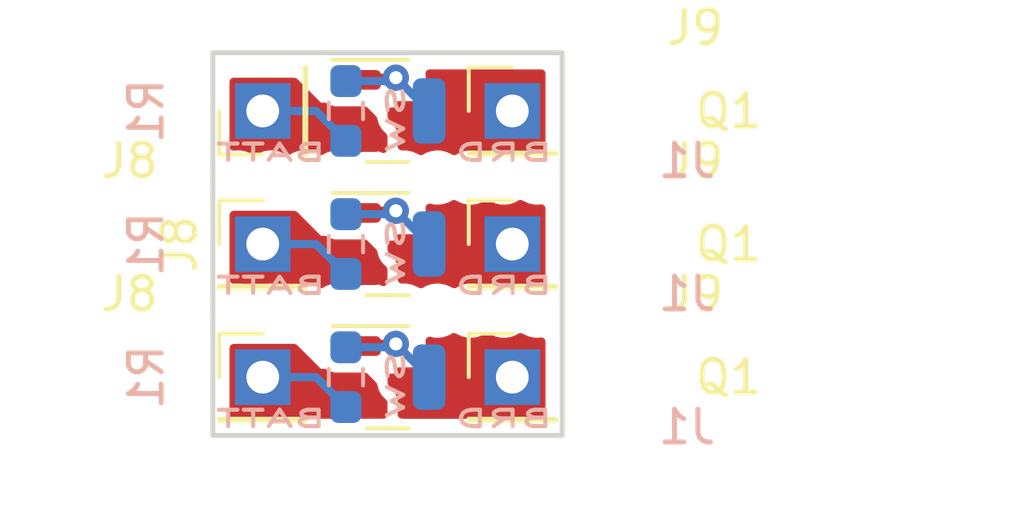
<source format=kicad_pcb>
(kicad_pcb (version 20211014) (generator pcbnew)
  (layers (0 "F.Cu" signal) (31 "B.Cu" signal) (35 "F.Paste" user) (36 "B.SilkS" user "B.Silkscreen") (37 "F.SilkS" user "F.Silkscreen") (38 "B.Mask" user) (39 "F.Mask" user) (44 "Edge.Cuts" user))
  (net 0 "")
  (net 1 "Net-(J8-Pad1)")
  (net 2 "Net-(J9-Pad1)")
  (net 3 "Net-(J1-Pad1)")
  (footprint "drill:drill" (layer "F.Cu") (at 83.566 35.56)
    (fp_text reference "REF**" hide)
    (fp_text value "drill" hide)
    (pad "" np_thru_hole circle (at 0 0 90) (size 0.01 0.01) (drill 0.635) (layers "F.Cu"))
  )
  (footprint "drill:drill" (layer "F.Cu") (at 81.534 35.56)
    (fp_text reference "REF**" hide)
    (fp_text value "drill" hide)
    (pad "" np_thru_hole circle (at 0 0 90) (size 0.01 0.01) (drill 0.635) (layers "F.Cu"))
  )
  (footprint "drill:drill" (layer "F.Cu") (at 88.646 39.624)
    (fp_text reference "REF**" hide)
    (fp_text value "drill" hide)
    (pad "" np_thru_hole circle (at 0 0 90) (size 0.01 0.01) (drill 0.635) (layers "F.Cu"))
  )
  (footprint "drill:drill" (layer "F.Cu") (at 90.678 39.624)
    (fp_text reference "REF**" hide)
    (fp_text value "drill" hide)
    (pad "" np_thru_hole circle (at 0 0 90) (size 0.01 0.01) (drill 0.635) (layers "F.Cu"))
  )
  (footprint "drill:drill" (layer "F.Cu") (at 91.694 39.624)
    (fp_text reference "REF**" hide)
    (fp_text value "drill" hide)
    (pad "" np_thru_hole circle (at 0 0 90) (size 0.01 0.01) (drill 0.635) (layers "F.Cu"))
  )
  (footprint "Package_TO_SOT_SMD:SOT-23" (layer "F.Cu") (at 87.122 37.592)
    (fp_text reference "Q1" (at 10.414 0) (layer "F.SilkS"))
    (fp_text value "Q_PMOS_GDS")
    (fp_line (start 0 -1.56) (end 0.65 -1.56) (layer "F.SilkS") (width 0.12))
    (fp_line (start 0 1.56) (end -0.65 1.56) (layer "F.SilkS") (width 0.12))
    (fp_line (start 0 -1.56) (end -1.675 -1.56) (layer "F.SilkS") (width 0.12))
    (fp_line (start 0 1.56) (end 0.65 1.56) (layer "F.SilkS") (width 0.12))
    (pad "1" smd roundrect (at -0.9375 -0.95) (size 1.475 0.6) (layers "F.Cu" "F.Paste" "F.Mask") (net 3 "Net-(J1-Pad1)"))
    (pad "2" smd roundrect (at -0.9375 0.95) (size 1.475 0.6) (layers "F.Cu" "F.Paste" "F.Mask") (net 1 "Net-(J8-Pad1)"))
    (pad "3" smd roundrect (at 0.9375 0) (size 1.475 0.6) (layers "F.Cu" "F.Paste" "F.Mask") (net 2 "Net-(J9-Pad1)"))
  )
  (footprint "drill:drill" (layer "F.Cu") (at 82.55 35.56)
    (fp_text reference "REF**" hide)
    (fp_text value "drill" hide)
    (pad "" np_thru_hole circle (at 0 0 90) (size 0.01 0.01) (drill 0.635) (layers "F.Cu"))
  )
  (footprint "drill:drill" (layer "F.Cu") (at 83.566 39.624)
    (fp_text reference "REF**" hide)
    (fp_text value "drill" hide)
    (pad "" np_thru_hole circle (at 0 0 90) (size 0.01 0.01) (drill 0.635) (layers "F.Cu"))
  )
  (footprint "drill:drill" (layer "F.Cu") (at 87.63 39.624)
    (fp_text reference "REF**" hide)
    (fp_text value "drill" hide)
    (pad "" np_thru_hole circle (at 0 0 90) (size 0.01 0.01) (drill 0.635) (layers "F.Cu"))
  )
  (footprint "drill:drill" (layer "F.Cu") (at 90.678 35.56)
    (fp_text reference "REF**" hide)
    (fp_text value "drill" hide)
    (pad "" np_thru_hole circle (at 0 0 90) (size 0.01 0.01) (drill 0.635) (layers "F.Cu"))
  )
  (footprint "drill:drill" (layer "F.Cu") (at 86.614 39.624)
    (fp_text reference "REF**" hide)
    (fp_text value "drill" hide)
    (pad "" np_thru_hole circle (at 0 0 90) (size 0.01 0.01) (drill 0.635) (layers "F.Cu"))
  )
  (footprint "drill:drill" (layer "F.Cu") (at 89.662 35.56)
    (fp_text reference "REF**" hide)
    (fp_text value "drill" hide)
    (pad "" np_thru_hole circle (at 0 0 90) (size 0.01 0.01) (drill 0.635) (layers "F.Cu"))
  )
  (footprint "drill:drill" (layer "F.Cu") (at 92.71 35.56)
    (fp_text reference "REF**" hide)
    (fp_text value "drill" hide)
    (pad "" np_thru_hole circle (at 0 0 90) (size 0.01 0.01) (drill 0.635) (layers "F.Cu"))
  )
  (footprint "drill:drill" (layer "F.Cu") (at 91.694 35.56)
    (fp_text reference "REF**" hide)
    (fp_text value "drill" hide)
    (pad "" np_thru_hole circle (at 0 0 90) (size 0.01 0.01) (drill 0.635) (layers "F.Cu"))
  )
  (footprint "Connector_PinHeader_2.54mm:PinHeader_1x01_P2.54mm_Vertical" (layer "F.Cu") (at 83.312 41.656)
    (fp_text reference "J8" (at -4.064 -2.54) (layer "F.SilkS"))
    (fp_text value "BATT+")
    (fp_line (start -1.33 1.33) (end 1.33 1.33) (layer "F.SilkS") (width 0.12))
    (fp_line (start -1.33 -1.33) (end 0 -1.33) (layer "F.SilkS") (width 0.12))
    (fp_line (start 1.33 1.27) (end 1.33 1.33) (layer "F.SilkS") (width 0.12))
    (fp_line (start -1.33 1.27) (end 1.33 1.27) (layer "F.SilkS") (width 0.12))
    (fp_line (start -1.33 1.27) (end -1.33 1.33) (layer "F.SilkS") (width 0.12))
    (fp_line (start -1.33 0) (end -1.33 -1.33) (layer "F.SilkS") (width 0.12))
    (pad "1" thru_hole rect (at 0 0) (size 1.7 1.7) (drill 1) (layers F&B.Cu *.Mask) (net 1 "Net-(J8-Pad1)"))
  )
  (footprint "Connector_PinHeader_2.54mm:PinHeader_1x01_P2.54mm_Vertical" (layer "F.Cu") (at 90.932 33.528)
    (fp_text reference "J9" (at 5.588 -2.54) (layer "F.SilkS"))
    (fp_text value "PB+")
    (fp_line (start -1.33 1.27) (end 1.33 1.27) (layer "F.SilkS") (width 0.12))
    (fp_line (start -1.33 -1.33) (end 0 -1.33) (layer "F.SilkS") (width 0.12))
    (fp_line (start 1.33 1.27) (end 1.33 1.33) (layer "F.SilkS") (width 0.12))
    (fp_line (start -1.33 0) (end -1.33 -1.33) (layer "F.SilkS") (width 0.12))
    (fp_line (start -1.33 1.33) (end 1.33 1.33) (layer "F.SilkS") (width 0.12))
    (fp_line (start -1.33 1.27) (end -1.33 1.33) (layer "F.SilkS") (width 0.12))
    (pad "1" thru_hole rect (at 0 0) (size 1.7 1.7) (drill 1) (layers *.Cu *.Mask) (net 2 "Net-(J9-Pad1)"))
  )
  (footprint "Connector_PinHeader_2.54mm:PinHeader_1x01_P2.54mm_Vertical" (layer "F.Cu") (at 83.312 33.528 90)
    (fp_text reference "J8" (at -4.064 -2.54 90) (layer "F.SilkS"))
    (fp_text value "BATT+")
    (fp_line (start -1.33 1.33) (end 1.33 1.33) (layer "F.SilkS") (width 0.12))
    (fp_line (start -1.33 -1.33) (end 0 -1.33) (layer "F.SilkS") (width 0.12))
    (fp_line (start 1.33 1.27) (end 1.33 1.33) (layer "F.SilkS") (width 0.12))
    (fp_line (start -1.33 1.27) (end 1.33 1.27) (layer "F.SilkS") (width 0.12))
    (fp_line (start -1.33 1.27) (end -1.33 1.33) (layer "F.SilkS") (width 0.12))
    (fp_line (start -1.33 0) (end -1.33 -1.33) (layer "F.SilkS") (width 0.12))
    (pad "1" thru_hole rect (at 0 0 90) (size 1.7 1.7) (drill 1) (layers *.Cu *.Mask) (net 1 "Net-(J8-Pad1)"))
  )
  (footprint "drill:drill" (layer "F.Cu") (at 87.63 35.56)
    (fp_text reference "REF**" hide)
    (fp_text value "drill" hide)
    (pad "" np_thru_hole circle (at 0 0 90) (size 0.01 0.01) (drill 0.635) (layers "F.Cu"))
  )
  (footprint "Connector_PinHeader_2.54mm:PinHeader_1x01_P2.54mm_Vertical" (layer "F.Cu") (at 90.932 37.592)
    (fp_text reference "J9" (at 5.588 -2.54) (layer "F.SilkS"))
    (fp_text value "PB+")
    (fp_line (start -1.33 1.27) (end 1.33 1.27) (layer "F.SilkS") (width 0.12))
    (fp_line (start -1.33 -1.33) (end 0 -1.33) (layer "F.SilkS") (width 0.12))
    (fp_line (start 1.33 1.27) (end 1.33 1.33) (layer "F.SilkS") (width 0.12))
    (fp_line (start -1.33 0) (end -1.33 -1.33) (layer "F.SilkS") (width 0.12))
    (fp_line (start -1.33 1.33) (end 1.33 1.33) (layer "F.SilkS") (width 0.12))
    (fp_line (start -1.33 1.27) (end -1.33 1.33) (layer "F.SilkS") (width 0.12))
    (pad "1" thru_hole rect (at 0 0) (size 1.7 1.7) (drill 1) (layers F&B.Cu *.Mask) (net 2 "Net-(J9-Pad1)"))
  )
  (footprint "drill:drill" (layer "F.Cu") (at 88.646 35.56)
    (fp_text reference "REF**" hide)
    (fp_text value "drill" hide)
    (pad "" np_thru_hole circle (at 0 0 90) (size 0.01 0.01) (drill 0.635) (layers "F.Cu"))
  )
  (footprint "Package_TO_SOT_SMD:SOT-23" (layer "F.Cu") (at 87.122 41.656)
    (fp_text reference "Q1" (at 10.414 0) (layer "F.SilkS"))
    (fp_text value "Q_PMOS_GDS")
    (fp_line (start 0 -1.56) (end 0.65 -1.56) (layer "F.SilkS") (width 0.12))
    (fp_line (start 0 1.56) (end -0.65 1.56) (layer "F.SilkS") (width 0.12))
    (fp_line (start 0 -1.56) (end -1.675 -1.56) (layer "F.SilkS") (width 0.12))
    (fp_line (start 0 1.56) (end 0.65 1.56) (layer "F.SilkS") (width 0.12))
    (pad "1" smd roundrect (at -0.9375 -0.95) (size 1.475 0.6) (layers "F.Cu" "F.Paste" "F.Mask") (net 3 "Net-(J1-Pad1)"))
    (pad "2" smd roundrect (at -0.9375 0.95) (size 1.475 0.6) (layers "F.Cu" "F.Paste" "F.Mask") (net 1 "Net-(J8-Pad1)"))
    (pad "3" smd roundrect (at 0.9375 0) (size 1.475 0.6) (layers "F.Cu" "F.Paste" "F.Mask") (net 2 "Net-(J9-Pad1)"))
  )
  (footprint "drill:drill" (layer "F.Cu") (at 92.71 39.624)
    (fp_text reference "REF**" hide)
    (fp_text value "drill" hide)
    (pad "" np_thru_hole circle (at 0 0 90) (size 0.01 0.01) (drill 0.635) (layers "F.Cu"))
  )
  (footprint "Package_TO_SOT_SMD:SOT-23" (layer "F.Cu") (at 87.122 33.528)
    (fp_text reference "Q1" (at 10.414 0) (layer "F.SilkS"))
    (fp_text value "Q_PMOS_GDS")
    (fp_line (start 0 -1.56) (end 0.65 -1.56) (layer "F.SilkS") (width 0.12))
    (fp_line (start 0 1.56) (end -0.65 1.56) (layer "F.SilkS") (width 0.12))
    (fp_line (start 0 -1.56) (end -1.675 -1.56) (layer "F.SilkS") (width 0.12))
    (fp_line (start 0 1.56) (end 0.65 1.56) (layer "F.SilkS") (width 0.12))
    (pad "1" smd roundrect (at -0.9375 -0.95) (size 1.475 0.6) (layers "F.Cu" "F.Paste" "F.Mask") (net 3 "Net-(J1-Pad1)"))
    (pad "2" smd roundrect (at -0.9375 0.95) (size 1.475 0.6) (layers "F.Cu" "F.Paste" "F.Mask") (net 1 "Net-(J8-Pad1)"))
    (pad "3" smd roundrect (at 0.9375 0) (size 1.475 0.6) (layers "F.Cu" "F.Paste" "F.Mask") (net 2 "Net-(J9-Pad1)"))
  )
  (footprint "drill:drill" (layer "F.Cu") (at 84.582 35.56)
    (fp_text reference "REF**" hide)
    (fp_text value "drill" hide)
    (pad "" np_thru_hole circle (at 0 0 90) (size 0.01 0.01) (drill 0.635) (layers "F.Cu"))
  )
  (footprint "drill:drill" (layer "F.Cu") (at 81.534 39.624)
    (fp_text reference "REF**" hide)
    (fp_text value "drill" hide)
    (pad "" np_thru_hole circle (at 0 0 90) (size 0.01 0.01) (drill 0.635) (layers "F.Cu"))
  )
  (footprint "drill:drill" (layer "F.Cu") (at 84.582 39.624)
    (fp_text reference "REF**" hide)
    (fp_text value "drill" hide)
    (pad "" np_thru_hole circle (at 0 0 90) (size 0.01 0.01) (drill 0.635) (layers "F.Cu"))
  )
  (footprint "drill:drill" (layer "F.Cu") (at 89.662 39.624)
    (fp_text reference "REF**" hide)
    (fp_text value "drill" hide)
    (pad "" np_thru_hole circle (at 0 0 90) (size 0.01 0.01) (drill 0.635) (layers "F.Cu"))
  )
  (footprint "drill:drill" (layer "F.Cu") (at 86.614 35.56)
    (fp_text reference "REF**" hide)
    (fp_text value "drill" hide)
    (pad "" np_thru_hole circle (at 0 0 90) (size 0.01 0.01) (drill 0.635) (layers "F.Cu"))
  )
  (footprint "Connector_PinHeader_2.54mm:PinHeader_1x01_P2.54mm_Vertical" (layer "F.Cu") (at 83.312 37.592)
    (fp_text reference "J8" (at -4.064 -2.54) (layer "F.SilkS"))
    (fp_text value "BATT+")
    (fp_line (start -1.33 1.33) (end 1.33 1.33) (layer "F.SilkS") (width 0.12))
    (fp_line (start -1.33 -1.33) (end 0 -1.33) (layer "F.SilkS") (width 0.12))
    (fp_line (start 1.33 1.27) (end 1.33 1.33) (layer "F.SilkS") (width 0.12))
    (fp_line (start -1.33 1.27) (end 1.33 1.27) (layer "F.SilkS") (width 0.12))
    (fp_line (start -1.33 1.27) (end -1.33 1.33) (layer "F.SilkS") (width 0.12))
    (fp_line (start -1.33 0) (end -1.33 -1.33) (layer "F.SilkS") (width 0.12))
    (pad "1" thru_hole rect (at 0 0) (size 1.7 1.7) (drill 1) (layers F&B.Cu *.Mask) (net 1 "Net-(J8-Pad1)"))
  )
  (footprint "Connector_PinHeader_2.54mm:PinHeader_1x01_P2.54mm_Vertical" (layer "F.Cu") (at 90.932 41.656)
    (fp_text reference "J9" (at 5.588 -2.54) (layer "F.SilkS"))
    (fp_text value "PB+")
    (fp_line (start -1.33 1.27) (end 1.33 1.27) (layer "F.SilkS") (width 0.12))
    (fp_line (start -1.33 -1.33) (end 0 -1.33) (layer "F.SilkS") (width 0.12))
    (fp_line (start 1.33 1.27) (end 1.33 1.33) (layer "F.SilkS") (width 0.12))
    (fp_line (start -1.33 0) (end -1.33 -1.33) (layer "F.SilkS") (width 0.12))
    (fp_line (start -1.33 1.33) (end 1.33 1.33) (layer "F.SilkS") (width 0.12))
    (fp_line (start -1.33 1.27) (end -1.33 1.33) (layer "F.SilkS") (width 0.12))
    (pad "1" thru_hole rect (at 0 0) (size 1.7 1.7) (drill 1) (layers F&B.Cu *.Mask) (net 2 "Net-(J9-Pad1)"))
  )
  (footprint "drill:drill" (layer "F.Cu") (at 82.55 39.624)
    (fp_text reference "REF**" hide)
    (fp_text value "drill" hide)
    (pad "" np_thru_hole circle (at 0 0 90) (size 0.01 0.01) (drill 0.635) (layers "F.Cu"))
  )
  (footprint "drill:drill" (layer "F.Cu") (at 85.598 39.624)
    (fp_text reference "REF**" hide)
    (fp_text value "drill" hide)
    (pad "" np_thru_hole circle (at 0 0 90) (size 0.01 0.01) (drill 0.635) (layers "F.Cu"))
  )
  (footprint "drill:drill" (layer "F.Cu") (at 85.598 35.56)
    (fp_text reference "REF**" hide)
    (fp_text value "drill" hide)
    (pad "" np_thru_hole circle (at 0 0 90) (size 0.01 0.01) (drill 0.635) (layers "F.Cu"))
  )
  (footprint "Connector_Wire:SolderWirePad_1x01_SMD_1x2mm" (layer "B.Cu") (at 88.392 33.528 180)
    (fp_text reference "J1" (at -7.874 -1.524) (layer "B.SilkS") (effects (justify mirror)))
    (fp_text value "SW")
    (pad "1" smd roundrect (at 0 0 180) (size 1 2) (layers "B.Cu" "B.Paste" "B.Mask") (net 3 "Net-(J1-Pad1)"))
  )
  (footprint "Resistor_SMD:R_0603_1608Metric_Pad0.98x0.95mm_HandSolder" (layer "B.Cu") (at 85.852 37.592 -90)
    (fp_text reference "R1" (at 0 6.096 90) (layer "B.SilkS") (effects (justify mirror)))
    (fp_text value "100k")
    (fp_line (start -0.254724 -0.5225) (end 0.254724 -0.5225) (layer "B.SilkS") (width 0.12))
    (fp_line (start -0.254724 0.5225) (end 0.254724 0.5225) (layer "B.SilkS") (width 0.12))
    (pad "1" smd roundrect (at -0.9125 0 270) (size 0.975 0.95) (layers "B.Cu" "B.Mask") (net 3 "Net-(J1-Pad1)"))
    (pad "2" smd roundrect (at 0.9125 0 270) (size 0.975 0.95) (layers "B.Cu" "B.Mask") (net 1 "Net-(J8-Pad1)"))
  )
  (footprint "Resistor_SMD:R_0603_1608Metric_Pad0.98x0.95mm_HandSolder" (layer "B.Cu") (at 85.852 33.528 -90)
    (fp_text reference "R1" (at 0 6.096 90) (layer "B.SilkS") (effects (justify mirror)))
    (fp_text value "100k")
    (fp_line (start -0.254724 -0.5225) (end 0.254724 -0.5225) (layer "B.SilkS") (width 0.12))
    (fp_line (start -0.254724 0.5225) (end 0.254724 0.5225) (layer "B.SilkS") (width 0.12))
    (pad "1" smd roundrect (at -0.9125 0 270) (size 0.975 0.95) (layers "B.Cu" "B.Paste" "B.Mask") (net 3 "Net-(J1-Pad1)"))
    (pad "2" smd roundrect (at 0.9125 0 270) (size 0.975 0.95) (layers "B.Cu" "B.Paste" "B.Mask") (net 1 "Net-(J8-Pad1)"))
  )
  (footprint "Connector_Wire:SolderWirePad_1x01_SMD_1x2mm" (layer "B.Cu") (at 88.392 37.592 180)
    (fp_text reference "J1" (at -7.874 -1.524) (layer "B.SilkS") (effects (justify mirror)))
    (fp_text value "SW")
    (pad "1" smd roundrect (at 0 0 180) (size 1 2) (layers "B.Cu" "B.Mask") (net 3 "Net-(J1-Pad1)"))
  )
  (footprint "Connector_Wire:SolderWirePad_1x01_SMD_1x2mm" (layer "B.Cu") (at 88.392 41.656 180)
    (fp_text reference "J1" (at -7.874 -1.524) (layer "B.SilkS") (effects (justify mirror)))
    (fp_text value "SW")
    (pad "1" smd roundrect (at 0 0 180) (size 1 2) (layers "B.Cu" "B.Mask") (net 3 "Net-(J1-Pad1)"))
  )
  (footprint "Resistor_SMD:R_0603_1608Metric_Pad0.98x0.95mm_HandSolder" (layer "B.Cu") (at 85.852 41.656 -90)
    (fp_text reference "R1" (at 0 6.096 90) (layer "B.SilkS") (effects (justify mirror)))
    (fp_text value "100k")
    (fp_line (start -0.254724 -0.5225) (end 0.254724 -0.5225) (layer "B.SilkS") (width 0.12))
    (fp_line (start -0.254724 0.5225) (end 0.254724 0.5225) (layer "B.SilkS") (width 0.12))
    (pad "1" smd roundrect (at -0.9125 0 270) (size 0.975 0.95) (layers "B.Cu" "B.Mask") (net 3 "Net-(J1-Pad1)"))
    (pad "2" smd roundrect (at 0.9125 0 270) (size 0.975 0.95) (layers "B.Cu" "B.Mask") (net 1 "Net-(J8-Pad1)"))
  )
  (gr_line (start 92.456 31.75) (end 92.456 35.306) (layer "Edge.Cuts") (width 0.15))
  (gr_line (start 81.788 35.306) (end 81.788 31.75) (layer "Edge.Cuts") (width 0.15))
  (gr_line (start 92.456 35.306) (end 92.456 35.814) (layer "Edge.Cuts") (width 0.15))
  (gr_line (start 81.788 39.878) (end 81.788 39.37) (layer "Edge.Cuts") (width 0.15))
  (gr_line (start 81.788 35.814) (end 81.788 35.306) (layer "Edge.Cuts") (width 0.15))
  (gr_line (start 81.788 39.37) (end 81.788 35.814) (layer "Edge.Cuts") (width 0.15))
  (gr_line (start 81.788 31.75) (end 92.456 31.75) (layer "Edge.Cuts") (width 0.15))
  (gr_line (start 92.456 39.878) (end 92.456 43.434) (layer "Edge.Cuts") (width 0.15))
  (gr_line (start 92.456 35.814) (end 92.456 39.37) (layer "Edge.Cuts") (width 0.15))
  (gr_line (start 92.456 39.37) (end 92.456 39.878) (layer "Edge.Cuts") (width 0.15))
  (gr_line (start 92.456 43.434) (end 81.788 43.434) (layer "Edge.Cuts") (width 0.15))
  (gr_line (start 81.788 43.434) (end 81.788 39.878) (layer "Edge.Cuts") (width 0.15))
  (gr_text "BATT" (at 83.566 38.862) (layer "B.SilkS") (effects (font (size 0.5 1) (thickness 0.125)) (justify mirror)))
  (gr_text "BRD" (at 90.678 34.798) (layer "B.SilkS") (effects (font (size 0.5 1) (thickness 0.125)) (justify mirror)))
  (gr_text "BRD" (at 90.678 42.926) (layer "B.SilkS") (effects (font (size 0.5 1) (thickness 0.125)) (justify mirror)))
  (gr_text "BATT" (at 83.566 42.926) (layer "B.SilkS") (effects (font (size 0.5 1) (thickness 0.125)) (justify mirror)))
  (gr_text "BRD" (at 90.678 38.862) (layer "B.SilkS") (effects (font (size 0.5 1) (thickness 0.125)) (justify mirror)))
  (gr_text "BATT" (at 83.566 34.798) (layer "B.SilkS") (effects (font (size 0.5 1) (thickness 0.125)) (justify mirror)))
  (gr_text "SW" (at 87.376 37.846 90) (layer "B.SilkS") (effects (font (size 0.5 1) (thickness 0.125)) (justify mirror)))
  (gr_text "SW" (at 87.376 33.782 90) (layer "B.SilkS") (effects (font (size 0.5 1) (thickness 0.125)) (justify mirror)))
  (gr_text "SW" (at 87.376 41.91 90) (layer "B.SilkS") (effects (font (size 0.5 1) (thickness 0.125)) (justify mirror)))
  (segment (start 85.2345 33.528) (end 86.1845 34.478) (width 0.25) (layer "F.Cu") (net 1))
  (segment (start 83.312 33.528) (end 85.2345 33.528) (width 0.25) (layer "F.Cu") (net 1))
  (segment (start 85.2345 37.592) (end 86.1845 38.542) (width 0.25) (layer "F.Cu") (net 1))
  (segment (start 83.312 41.656) (end 85.2345 41.656) (width 0.25) (layer "F.Cu") (net 1))
  (segment (start 85.2345 41.656) (end 86.1845 42.606) (width 0.25) (layer "F.Cu") (net 1))
  (segment (start 83.312 37.592) (end 85.2345 37.592) (width 0.25) (layer "F.Cu") (net 1))
  (segment (start 84.9395 33.528) (end 83.312 33.528) (width 0.25) (layer "B.Cu") (net 1))
  (segment (start 85.852 34.4405) (end 84.9395 33.528) (width 0.25) (layer "B.Cu") (net 1))
  (segment (start 85.852 42.5685) (end 84.9395 41.656) (width 0.25) (layer "B.Cu") (net 1))
  (segment (start 84.9395 37.592) (end 83.312 37.592) (width 0.25) (layer "B.Cu") (net 1))
  (segment (start 84.9395 41.656) (end 83.312 41.656) (width 0.25) (layer "B.Cu") (net 1))
  (segment (start 85.852 38.5045) (end 84.9395 37.592) (width 0.25) (layer "B.Cu") (net 1))
  (segment (start 88.0595 41.656) (end 90.932 41.656) (width 0.25) (layer "F.Cu") (net 2))
  (segment (start 88.0595 37.592) (end 90.932 37.592) (width 0.25) (layer "F.Cu") (net 2))
  (segment (start 88.0595 33.528) (end 90.932 33.528) (width 0.25) (layer "F.Cu") (net 2))
  (segment (start 87.376 32.512) (end 86.2505 32.512) (width 0.25) (layer "F.Cu") (net 3))
  (segment (start 87.376 40.64) (end 86.2505 40.64) (width 0.25) (layer "F.Cu") (net 3))
  (segment (start 86.2505 32.512) (end 86.1845 32.578) (width 0.25) (layer "F.Cu") (net 3))
  (segment (start 87.376 36.576) (end 86.2505 36.576) (width 0.25) (layer "F.Cu") (net 3))
  (segment (start 86.2505 36.576) (end 86.1845 36.642) (width 0.25) (layer "F.Cu") (net 3))
  (segment (start 86.2505 40.64) (end 86.1845 40.706) (width 0.25) (layer "F.Cu") (net 3))
  (via (at 87.376 40.64) (size 0.8) (drill 0.4) (layers "F.Cu" "B.Cu") (net 3))
  (via (at 87.376 32.512) (size 0.8) (drill 0.4) (layers "F.Cu" "B.Cu") (net 3))
  (via (at 87.376 36.576) (size 0.8) (drill 0.4) (layers "F.Cu" "B.Cu") (net 3))
  (segment (start 85.852 32.6155) (end 87.2725 32.6155) (width 0.25) (layer "B.Cu") (net 3))
  (segment (start 85.852 36.6795) (end 87.2725 36.6795) (width 0.25) (layer "B.Cu") (net 3))
  (segment (start 87.2725 40.7435) (end 87.376 40.64) (width 0.25) (layer "B.Cu") (net 3))
  (segment (start 87.2725 32.6155) (end 87.376 32.512) (width 0.25) (layer "B.Cu") (net 3))
  (segment (start 87.2725 36.6795) (end 87.376 36.576) (width 0.25) (layer "B.Cu") (net 3))
  (segment (start 88.392 33.528) (end 87.376 32.512) (width 0.25) (layer "B.Cu") (net 3))
  (segment (start 85.852 40.7435) (end 87.2725 40.7435) (width 0.25) (layer "B.Cu") (net 3))
  (segment (start 88.392 41.656) (end 87.376 40.64) (width 0.25) (layer "B.Cu") (net 3))
  (segment (start 88.392 37.592) (end 87.376 36.576) (width 0.25) (layer "B.Cu") (net 3))
  (zone (net 2) (net_name "Net-(J9-Pad1)") (layer "F.Cu") (connect_pads (clearance 0.508)) (min_thickness 0.254) (fill yes (thermal_gap 0.508) (thermal_bridge_width 0.508))
    (polygon (pts (xy 91.948 39.116) (xy 87.884 39.116) (xy 87.376 38.608) (xy 87.376 37.338) (xy 88.138 36.576) (xy 91.948 36.576)))
  )
  (zone (net 2) (net_name "Net-(J9-Pad1)") (layer "F.Cu") (connect_pads yes (clearance 0.508)) (min_thickness 0.254) (fill yes (thermal_gap 0.508) (thermal_bridge_width 0.508))
    (polygon (pts (xy 93.218 43.942) (xy 87.122 43.942) (xy 87.122 30.988) (xy 93.218 30.988)))
  )
  (zone (net 1) (net_name "Net-(J8-Pad1)") (layer "F.Cu") (connect_pads yes (clearance 0.508)) (min_thickness 0.254) (fill yes (thermal_gap 0.508) (thermal_bridge_width 0.508))
    (polygon (pts (xy 85.09 37.338) (xy 86.36 37.338) (xy 87.122 38.1) (xy 87.122 39.116) (xy 82.296 39.116) (xy 82.296 36.576) (xy 84.328 36.576)))
  )
  (zone (net 1) (net_name "Net-(J8-Pad1)") (layer "F.Cu") (connect_pads yes (clearance 0.508)) (min_thickness 0.254) (fill yes (thermal_gap 0.508) (thermal_bridge_width 0.508))
    (polygon (pts (xy 85.09 41.402) (xy 86.36 41.402) (xy 87.122 42.164) (xy 87.122 43.18) (xy 82.296 43.18) (xy 82.296 40.64) (xy 84.328 40.64)))
  )
  (zone (net 2) (net_name "Net-(J9-Pad1)") (layer "F.Cu") (connect_pads (clearance 0.508)) (min_thickness 0.254) (fill yes (thermal_gap 0.508) (thermal_bridge_width 0.508))
    (polygon (pts (xy 91.948 43.18) (xy 87.884 43.18) (xy 87.376 42.672) (xy 87.376 41.402) (xy 88.138 40.64) (xy 91.948 40.64)))
  )
  (zone (net 2) (net_name "Net-(J9-Pad1)") (layer "F.Cu") (connect_pads (clearance 0.508)) (min_thickness 0.254) (fill yes (thermal_gap 0.508) (thermal_bridge_width 0.508))
    (polygon (pts (xy 91.948 35.052) (xy 87.884 35.052) (xy 87.376 34.544) (xy 87.376 33.274) (xy 88.138 32.512) (xy 91.948 32.512)))
  )
  (zone (net 1) (net_name "Net-(J8-Pad1)") (layer "F.Cu") (connect_pads yes (clearance 0.508)) (min_thickness 0.254) (fill yes (thermal_gap 0.508) (thermal_bridge_width 0.508))
    (polygon (pts (xy 85.09 33.274) (xy 86.36 33.274) (xy 87.122 34.036) (xy 87.122 35.052) (xy 82.296 35.052) (xy 82.296 32.512) (xy 84.328 32.512)))
  )
)
</source>
